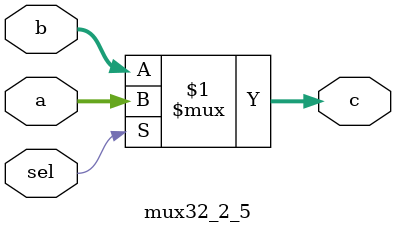
<source format=v>
`timescale 1ns / 1ps
module mux32_2_5(
	 input [31:0] a,
    input [31:0] b,
    input sel,
    output [31:0] c
    );
	 assign c = (sel)?a:b;
   


endmodule

</source>
